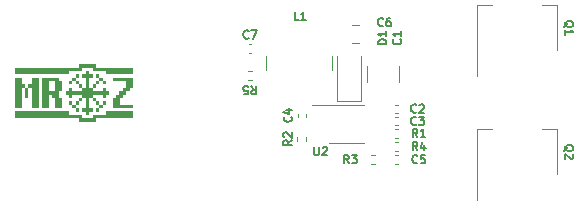
<source format=gbr>
%TF.GenerationSoftware,KiCad,Pcbnew,5.99.0-unknown-881cb3182b~117~ubuntu18.04.1*%
%TF.CreationDate,2021-02-21T21:18:57+01:00*%
%TF.ProjectId,stanislao_nrf,7374616e-6973-46c6-916f-5f6e72662e6b,rev?*%
%TF.SameCoordinates,Original*%
%TF.FileFunction,Legend,Top*%
%TF.FilePolarity,Positive*%
%FSLAX46Y46*%
G04 Gerber Fmt 4.6, Leading zero omitted, Abs format (unit mm)*
G04 Created by KiCad (PCBNEW 5.99.0-unknown-881cb3182b~117~ubuntu18.04.1) date 2021-02-21 21:18:57*
%MOMM*%
%LPD*%
G01*
G04 APERTURE LIST*
%ADD10C,0.150000*%
%ADD11C,0.120000*%
G04 APERTURE END LIST*
D10*
%TO.C,C6*%
X90173333Y-64300000D02*
X90140000Y-64333333D01*
X90040000Y-64366666D01*
X89973333Y-64366666D01*
X89873333Y-64333333D01*
X89806666Y-64266666D01*
X89773333Y-64200000D01*
X89740000Y-64066666D01*
X89740000Y-63966666D01*
X89773333Y-63833333D01*
X89806666Y-63766666D01*
X89873333Y-63700000D01*
X89973333Y-63666666D01*
X90040000Y-63666666D01*
X90140000Y-63700000D01*
X90173333Y-63733333D01*
X90773333Y-63666666D02*
X90640000Y-63666666D01*
X90573333Y-63700000D01*
X90540000Y-63733333D01*
X90473333Y-63833333D01*
X90440000Y-63966666D01*
X90440000Y-64233333D01*
X90473333Y-64300000D01*
X90506666Y-64333333D01*
X90573333Y-64366666D01*
X90706666Y-64366666D01*
X90773333Y-64333333D01*
X90806666Y-64300000D01*
X90840000Y-64233333D01*
X90840000Y-64066666D01*
X90806666Y-64000000D01*
X90773333Y-63966666D01*
X90706666Y-63933333D01*
X90573333Y-63933333D01*
X90506666Y-63966666D01*
X90473333Y-64000000D01*
X90440000Y-64066666D01*
%TO.C,C1*%
X91640000Y-65466666D02*
X91673333Y-65500000D01*
X91706666Y-65600000D01*
X91706666Y-65666666D01*
X91673333Y-65766666D01*
X91606666Y-65833333D01*
X91540000Y-65866666D01*
X91406666Y-65900000D01*
X91306666Y-65900000D01*
X91173333Y-65866666D01*
X91106666Y-65833333D01*
X91040000Y-65766666D01*
X91006666Y-65666666D01*
X91006666Y-65600000D01*
X91040000Y-65500000D01*
X91073333Y-65466666D01*
X91706666Y-64800000D02*
X91706666Y-65200000D01*
X91706666Y-65000000D02*
X91006666Y-65000000D01*
X91106666Y-65066666D01*
X91173333Y-65133333D01*
X91206666Y-65200000D01*
%TO.C,C3*%
X92973333Y-72650000D02*
X92940000Y-72683333D01*
X92840000Y-72716666D01*
X92773333Y-72716666D01*
X92673333Y-72683333D01*
X92606666Y-72616666D01*
X92573333Y-72550000D01*
X92540000Y-72416666D01*
X92540000Y-72316666D01*
X92573333Y-72183333D01*
X92606666Y-72116666D01*
X92673333Y-72050000D01*
X92773333Y-72016666D01*
X92840000Y-72016666D01*
X92940000Y-72050000D01*
X92973333Y-72083333D01*
X93206666Y-72016666D02*
X93640000Y-72016666D01*
X93406666Y-72283333D01*
X93506666Y-72283333D01*
X93573333Y-72316666D01*
X93606666Y-72350000D01*
X93640000Y-72416666D01*
X93640000Y-72583333D01*
X93606666Y-72650000D01*
X93573333Y-72683333D01*
X93506666Y-72716666D01*
X93306666Y-72716666D01*
X93240000Y-72683333D01*
X93206666Y-72650000D01*
%TO.C,D1*%
X90456666Y-65866666D02*
X89756666Y-65866666D01*
X89756666Y-65700000D01*
X89790000Y-65600000D01*
X89856666Y-65533333D01*
X89923333Y-65500000D01*
X90056666Y-65466666D01*
X90156666Y-65466666D01*
X90290000Y-65500000D01*
X90356666Y-65533333D01*
X90423333Y-65600000D01*
X90456666Y-65700000D01*
X90456666Y-65866666D01*
X90456666Y-64800000D02*
X90456666Y-65200000D01*
X90456666Y-65000000D02*
X89756666Y-65000000D01*
X89856666Y-65066666D01*
X89923333Y-65133333D01*
X89956666Y-65200000D01*
%TO.C,R2*%
X82416666Y-74016666D02*
X82083333Y-74250000D01*
X82416666Y-74416666D02*
X81716666Y-74416666D01*
X81716666Y-74150000D01*
X81750000Y-74083333D01*
X81783333Y-74050000D01*
X81850000Y-74016666D01*
X81950000Y-74016666D01*
X82016666Y-74050000D01*
X82050000Y-74083333D01*
X82083333Y-74150000D01*
X82083333Y-74416666D01*
X81783333Y-73750000D02*
X81750000Y-73716666D01*
X81716666Y-73650000D01*
X81716666Y-73483333D01*
X81750000Y-73416666D01*
X81783333Y-73383333D01*
X81850000Y-73350000D01*
X81916666Y-73350000D01*
X82016666Y-73383333D01*
X82416666Y-73783333D01*
X82416666Y-73350000D01*
%TO.C,L1*%
X83023333Y-63816666D02*
X82690000Y-63816666D01*
X82690000Y-63116666D01*
X83623333Y-63816666D02*
X83223333Y-63816666D01*
X83423333Y-63816666D02*
X83423333Y-63116666D01*
X83356666Y-63216666D01*
X83290000Y-63283333D01*
X83223333Y-63316666D01*
%TO.C,R1*%
X93073333Y-73766666D02*
X92840000Y-73433333D01*
X92673333Y-73766666D02*
X92673333Y-73066666D01*
X92940000Y-73066666D01*
X93006666Y-73100000D01*
X93040000Y-73133333D01*
X93073333Y-73200000D01*
X93073333Y-73300000D01*
X93040000Y-73366666D01*
X93006666Y-73400000D01*
X92940000Y-73433333D01*
X92673333Y-73433333D01*
X93740000Y-73766666D02*
X93340000Y-73766666D01*
X93540000Y-73766666D02*
X93540000Y-73066666D01*
X93473333Y-73166666D01*
X93406666Y-73233333D01*
X93340000Y-73266666D01*
%TO.C,Q2*%
X105516666Y-74933333D02*
X105550000Y-74866666D01*
X105616666Y-74800000D01*
X105716666Y-74700000D01*
X105750000Y-74633333D01*
X105750000Y-74566666D01*
X105583333Y-74600000D02*
X105616666Y-74533333D01*
X105683333Y-74466666D01*
X105816666Y-74433333D01*
X106050000Y-74433333D01*
X106183333Y-74466666D01*
X106250000Y-74533333D01*
X106283333Y-74600000D01*
X106283333Y-74733333D01*
X106250000Y-74800000D01*
X106183333Y-74866666D01*
X106050000Y-74900000D01*
X105816666Y-74900000D01*
X105683333Y-74866666D01*
X105616666Y-74800000D01*
X105583333Y-74733333D01*
X105583333Y-74600000D01*
X106216666Y-75166666D02*
X106250000Y-75200000D01*
X106283333Y-75266666D01*
X106283333Y-75433333D01*
X106250000Y-75500000D01*
X106216666Y-75533333D01*
X106150000Y-75566666D01*
X106083333Y-75566666D01*
X105983333Y-75533333D01*
X105583333Y-75133333D01*
X105583333Y-75566666D01*
%TO.C,R3*%
X87273333Y-75966666D02*
X87040000Y-75633333D01*
X86873333Y-75966666D02*
X86873333Y-75266666D01*
X87140000Y-75266666D01*
X87206666Y-75300000D01*
X87240000Y-75333333D01*
X87273333Y-75400000D01*
X87273333Y-75500000D01*
X87240000Y-75566666D01*
X87206666Y-75600000D01*
X87140000Y-75633333D01*
X86873333Y-75633333D01*
X87506666Y-75266666D02*
X87940000Y-75266666D01*
X87706666Y-75533333D01*
X87806666Y-75533333D01*
X87873333Y-75566666D01*
X87906666Y-75600000D01*
X87940000Y-75666666D01*
X87940000Y-75833333D01*
X87906666Y-75900000D01*
X87873333Y-75933333D01*
X87806666Y-75966666D01*
X87606666Y-75966666D01*
X87540000Y-75933333D01*
X87506666Y-75900000D01*
%TO.C,C4*%
X82390000Y-72016666D02*
X82423333Y-72050000D01*
X82456666Y-72150000D01*
X82456666Y-72216666D01*
X82423333Y-72316666D01*
X82356666Y-72383333D01*
X82290000Y-72416666D01*
X82156666Y-72450000D01*
X82056666Y-72450000D01*
X81923333Y-72416666D01*
X81856666Y-72383333D01*
X81790000Y-72316666D01*
X81756666Y-72216666D01*
X81756666Y-72150000D01*
X81790000Y-72050000D01*
X81823333Y-72016666D01*
X81990000Y-71416666D02*
X82456666Y-71416666D01*
X81723333Y-71583333D02*
X82223333Y-71750000D01*
X82223333Y-71316666D01*
%TO.C,Q1*%
X105516666Y-64433333D02*
X105550000Y-64366666D01*
X105616666Y-64300000D01*
X105716666Y-64200000D01*
X105750000Y-64133333D01*
X105750000Y-64066666D01*
X105583333Y-64100000D02*
X105616666Y-64033333D01*
X105683333Y-63966666D01*
X105816666Y-63933333D01*
X106050000Y-63933333D01*
X106183333Y-63966666D01*
X106250000Y-64033333D01*
X106283333Y-64100000D01*
X106283333Y-64233333D01*
X106250000Y-64300000D01*
X106183333Y-64366666D01*
X106050000Y-64400000D01*
X105816666Y-64400000D01*
X105683333Y-64366666D01*
X105616666Y-64300000D01*
X105583333Y-64233333D01*
X105583333Y-64100000D01*
X105583333Y-65066666D02*
X105583333Y-64666666D01*
X105583333Y-64866666D02*
X106283333Y-64866666D01*
X106183333Y-64800000D01*
X106116666Y-64733333D01*
X106083333Y-64666666D01*
%TO.C,R5*%
X79016666Y-69403333D02*
X79250000Y-69736666D01*
X79416666Y-69403333D02*
X79416666Y-70103333D01*
X79150000Y-70103333D01*
X79083333Y-70070000D01*
X79050000Y-70036666D01*
X79016666Y-69970000D01*
X79016666Y-69870000D01*
X79050000Y-69803333D01*
X79083333Y-69770000D01*
X79150000Y-69736666D01*
X79416666Y-69736666D01*
X78383333Y-70103333D02*
X78716666Y-70103333D01*
X78750000Y-69770000D01*
X78716666Y-69803333D01*
X78650000Y-69836666D01*
X78483333Y-69836666D01*
X78416666Y-69803333D01*
X78383333Y-69770000D01*
X78350000Y-69703333D01*
X78350000Y-69536666D01*
X78383333Y-69470000D01*
X78416666Y-69436666D01*
X78483333Y-69403333D01*
X78650000Y-69403333D01*
X78716666Y-69436666D01*
X78750000Y-69470000D01*
%TO.C,R4*%
X93073333Y-74866666D02*
X92840000Y-74533333D01*
X92673333Y-74866666D02*
X92673333Y-74166666D01*
X92940000Y-74166666D01*
X93006666Y-74200000D01*
X93040000Y-74233333D01*
X93073333Y-74300000D01*
X93073333Y-74400000D01*
X93040000Y-74466666D01*
X93006666Y-74500000D01*
X92940000Y-74533333D01*
X92673333Y-74533333D01*
X93673333Y-74400000D02*
X93673333Y-74866666D01*
X93506666Y-74133333D02*
X93340000Y-74633333D01*
X93773333Y-74633333D01*
%TO.C,U2*%
X84356666Y-74566666D02*
X84356666Y-75133333D01*
X84390000Y-75200000D01*
X84423333Y-75233333D01*
X84490000Y-75266666D01*
X84623333Y-75266666D01*
X84690000Y-75233333D01*
X84723333Y-75200000D01*
X84756666Y-75133333D01*
X84756666Y-74566666D01*
X85056666Y-74633333D02*
X85090000Y-74600000D01*
X85156666Y-74566666D01*
X85323333Y-74566666D01*
X85390000Y-74600000D01*
X85423333Y-74633333D01*
X85456666Y-74700000D01*
X85456666Y-74766666D01*
X85423333Y-74866666D01*
X85023333Y-75266666D01*
X85456666Y-75266666D01*
%TO.C,C5*%
X93073333Y-75900000D02*
X93040000Y-75933333D01*
X92940000Y-75966666D01*
X92873333Y-75966666D01*
X92773333Y-75933333D01*
X92706666Y-75866666D01*
X92673333Y-75800000D01*
X92640000Y-75666666D01*
X92640000Y-75566666D01*
X92673333Y-75433333D01*
X92706666Y-75366666D01*
X92773333Y-75300000D01*
X92873333Y-75266666D01*
X92940000Y-75266666D01*
X93040000Y-75300000D01*
X93073333Y-75333333D01*
X93706666Y-75266666D02*
X93373333Y-75266666D01*
X93340000Y-75600000D01*
X93373333Y-75566666D01*
X93440000Y-75533333D01*
X93606666Y-75533333D01*
X93673333Y-75566666D01*
X93706666Y-75600000D01*
X93740000Y-75666666D01*
X93740000Y-75833333D01*
X93706666Y-75900000D01*
X93673333Y-75933333D01*
X93606666Y-75966666D01*
X93440000Y-75966666D01*
X93373333Y-75933333D01*
X93340000Y-75900000D01*
%TO.C,C2*%
X92973333Y-71600000D02*
X92940000Y-71633333D01*
X92840000Y-71666666D01*
X92773333Y-71666666D01*
X92673333Y-71633333D01*
X92606666Y-71566666D01*
X92573333Y-71500000D01*
X92540000Y-71366666D01*
X92540000Y-71266666D01*
X92573333Y-71133333D01*
X92606666Y-71066666D01*
X92673333Y-71000000D01*
X92773333Y-70966666D01*
X92840000Y-70966666D01*
X92940000Y-71000000D01*
X92973333Y-71033333D01*
X93240000Y-71033333D02*
X93273333Y-71000000D01*
X93340000Y-70966666D01*
X93506666Y-70966666D01*
X93573333Y-71000000D01*
X93606666Y-71033333D01*
X93640000Y-71100000D01*
X93640000Y-71166666D01*
X93606666Y-71266666D01*
X93206666Y-71666666D01*
X93640000Y-71666666D01*
%TO.C,C7*%
X78783333Y-65340000D02*
X78750000Y-65373333D01*
X78650000Y-65406666D01*
X78583333Y-65406666D01*
X78483333Y-65373333D01*
X78416666Y-65306666D01*
X78383333Y-65240000D01*
X78350000Y-65106666D01*
X78350000Y-65006666D01*
X78383333Y-64873333D01*
X78416666Y-64806666D01*
X78483333Y-64740000D01*
X78583333Y-64706666D01*
X78650000Y-64706666D01*
X78750000Y-64740000D01*
X78783333Y-64773333D01*
X79016666Y-64706666D02*
X79483333Y-64706666D01*
X79183333Y-65406666D01*
%TO.C,G\u002A\u002A\u002A*%
G36*
X66151878Y-68712500D02*
G01*
X66426194Y-68712500D01*
X66426194Y-69000000D01*
X66713836Y-69000000D01*
X66713836Y-69287500D01*
X66426194Y-69287500D01*
X66426194Y-69012500D01*
X66151059Y-69012500D01*
X66151059Y-69287500D01*
X65863417Y-69287500D01*
X65863417Y-69575000D01*
X65575776Y-69575000D01*
X65575776Y-69287500D01*
X65850092Y-69287500D01*
X65857164Y-69006250D01*
X65997859Y-69002715D01*
X66138553Y-68999181D01*
X66138553Y-68725818D01*
X65997859Y-68722284D01*
X65857164Y-68718750D01*
X65857164Y-68431250D01*
X66144806Y-68431250D01*
X66151878Y-68712500D01*
G37*
G36*
X59572822Y-69287500D02*
G01*
X59860463Y-69287500D01*
X59860463Y-69575000D01*
X60135599Y-69575000D01*
X60135599Y-69287500D01*
X60423240Y-69287500D01*
X60423240Y-68712500D01*
X60998523Y-68712500D01*
X60998523Y-71300000D01*
X60423240Y-71300000D01*
X60423240Y-69575000D01*
X60148105Y-69575000D01*
X60148105Y-70437500D01*
X59847957Y-70437500D01*
X59847957Y-69575000D01*
X59572822Y-69575000D01*
X59572822Y-71300000D01*
X58997539Y-71300000D01*
X58997539Y-68712500D01*
X59572822Y-68712500D01*
X59572822Y-69287500D01*
G37*
G36*
X64712851Y-69575000D02*
G01*
X64425210Y-69575000D01*
X64425210Y-69287500D01*
X64712851Y-69287500D01*
X64712851Y-69575000D01*
G37*
G36*
X64712851Y-70725000D02*
G01*
X64425210Y-70725000D01*
X64425210Y-70437500D01*
X64712851Y-70437500D01*
X64712851Y-70725000D01*
G37*
G36*
X65863417Y-67862500D02*
G01*
X69002462Y-67862500D01*
X69002462Y-68437500D01*
X66713836Y-68437500D01*
X66713836Y-68150000D01*
X65575776Y-68150000D01*
X65575776Y-67862500D01*
X64712851Y-67862500D01*
X64712851Y-68150000D01*
X63574791Y-68150000D01*
X63574791Y-68437500D01*
X58997539Y-68437500D01*
X58997539Y-67862500D01*
X64425210Y-67862500D01*
X64425210Y-67575000D01*
X65863417Y-67575000D01*
X65863417Y-67862500D01*
G37*
G36*
X63574791Y-71862500D02*
G01*
X64712851Y-71862500D01*
X64712851Y-72150000D01*
X65575776Y-72150000D01*
X65575776Y-71862500D01*
X66713836Y-71862500D01*
X66713836Y-71575000D01*
X69002462Y-71575000D01*
X69002462Y-72150000D01*
X65863417Y-72150000D01*
X65863417Y-72437500D01*
X64425210Y-72437500D01*
X64425210Y-72150000D01*
X58997539Y-72150000D01*
X58997539Y-71575000D01*
X63574791Y-71575000D01*
X63574791Y-71862500D01*
G37*
G36*
X65863417Y-70725000D02*
G01*
X66151059Y-70725000D01*
X66151059Y-71000000D01*
X66426194Y-71000000D01*
X66426194Y-70725000D01*
X66713836Y-70725000D01*
X66713836Y-71012500D01*
X66426194Y-71012500D01*
X66426194Y-71300000D01*
X66151878Y-71300000D01*
X66144806Y-71581250D01*
X65857164Y-71581250D01*
X65857164Y-71293750D01*
X65997859Y-71290215D01*
X66138553Y-71286681D01*
X66138553Y-71013318D01*
X65997859Y-71009784D01*
X65857164Y-71006250D01*
X65850092Y-70725000D01*
X65575776Y-70725000D01*
X65575776Y-70437500D01*
X65863417Y-70437500D01*
X65863417Y-70725000D01*
G37*
G36*
X63862433Y-71000000D02*
G01*
X64137568Y-71000000D01*
X64137568Y-70725000D01*
X64425210Y-70725000D01*
X64425210Y-71012500D01*
X64150074Y-71012500D01*
X64150074Y-71287500D01*
X64425210Y-71287500D01*
X64425210Y-71588318D01*
X64284515Y-71584784D01*
X64143821Y-71581250D01*
X64140289Y-71441030D01*
X64136756Y-71300811D01*
X63996468Y-71297280D01*
X63856180Y-71293750D01*
X63852643Y-71153125D01*
X63849107Y-71012500D01*
X63574791Y-71012500D01*
X63574791Y-70725000D01*
X63862433Y-70725000D01*
X63862433Y-71000000D01*
G37*
G36*
X64425210Y-68725000D02*
G01*
X64150074Y-68725000D01*
X64150074Y-69000000D01*
X64425210Y-69000000D01*
X64425210Y-69287500D01*
X64137568Y-69287500D01*
X64137568Y-69012500D01*
X63862433Y-69012500D01*
X63862433Y-69287500D01*
X63574791Y-69287500D01*
X63574791Y-69000000D01*
X63849107Y-69000000D01*
X63852643Y-68859375D01*
X63856180Y-68718750D01*
X64136756Y-68711688D01*
X64140289Y-68571469D01*
X64143821Y-68431250D01*
X64284515Y-68427715D01*
X64425210Y-68424181D01*
X64425210Y-68725000D01*
G37*
G36*
X65288134Y-68424181D02*
G01*
X65428829Y-68427715D01*
X65569523Y-68431250D01*
X65573046Y-68578125D01*
X65576570Y-68725000D01*
X65288134Y-68725000D01*
X65288134Y-69575000D01*
X65575776Y-69575000D01*
X65575776Y-69862500D01*
X66426194Y-69862500D01*
X66426194Y-69575000D01*
X66713836Y-69575000D01*
X66713836Y-69862500D01*
X67001477Y-69862500D01*
X67001477Y-70150000D01*
X66713836Y-70150000D01*
X66713836Y-70437500D01*
X66426194Y-70437500D01*
X66426194Y-70150000D01*
X65575776Y-70150000D01*
X65575776Y-70437500D01*
X65288134Y-70437500D01*
X65288134Y-71287500D01*
X65576570Y-71287500D01*
X65573046Y-71434375D01*
X65569523Y-71581250D01*
X65428829Y-71584784D01*
X65288134Y-71588318D01*
X65288134Y-71862500D01*
X65000493Y-71862500D01*
X65000493Y-71588318D01*
X64859798Y-71584784D01*
X64719104Y-71581250D01*
X64715581Y-71434375D01*
X64712057Y-71287500D01*
X65000493Y-71287500D01*
X65000493Y-70437500D01*
X64712851Y-70437500D01*
X64712851Y-70150000D01*
X63862433Y-70150000D01*
X63862433Y-70437500D01*
X63574791Y-70437500D01*
X63574791Y-70150000D01*
X63287150Y-70150000D01*
X63287150Y-69862500D01*
X63574791Y-69862500D01*
X63574791Y-69575000D01*
X63862433Y-69575000D01*
X63862433Y-69862500D01*
X64712851Y-69862500D01*
X64712851Y-69575000D01*
X65000493Y-69575000D01*
X65000493Y-68725000D01*
X64712057Y-68725000D01*
X64715581Y-68578125D01*
X64719104Y-68431250D01*
X64859798Y-68427715D01*
X65000493Y-68424181D01*
X65000493Y-68150000D01*
X65288134Y-68150000D01*
X65288134Y-68424181D01*
G37*
G36*
X62711866Y-68712500D02*
G01*
X62711866Y-69000000D01*
X62999508Y-69000000D01*
X62999508Y-69862500D01*
X62711866Y-69862500D01*
X62711866Y-70437500D01*
X62999508Y-70437500D01*
X62999508Y-71300000D01*
X62424225Y-71300000D01*
X62424225Y-70437500D01*
X62136583Y-70437500D01*
X62136583Y-70150000D01*
X61861700Y-70150000D01*
X61858448Y-70721875D01*
X61855195Y-71293750D01*
X61570680Y-71297109D01*
X61286165Y-71300469D01*
X61286165Y-69012500D01*
X61861448Y-69012500D01*
X61861448Y-69862500D01*
X62424225Y-69862500D01*
X62424225Y-69012500D01*
X61861448Y-69012500D01*
X61286165Y-69012500D01*
X61286165Y-68712500D01*
X62711866Y-68712500D01*
G37*
G36*
X69002462Y-69575000D02*
G01*
X68714821Y-69575000D01*
X68714821Y-69862500D01*
X68427179Y-69862500D01*
X68427179Y-70150000D01*
X68152044Y-70150000D01*
X68152044Y-70437500D01*
X67864402Y-70437500D01*
X67864402Y-71000000D01*
X69002462Y-71000000D01*
X69002462Y-71300000D01*
X67289119Y-71300000D01*
X67289119Y-70438318D01*
X67570507Y-70431250D01*
X67574044Y-70290625D01*
X67577580Y-70150000D01*
X67851896Y-70150000D01*
X67851896Y-69862500D01*
X68139538Y-69862500D01*
X68139538Y-69575000D01*
X68427179Y-69575000D01*
X68427179Y-69012500D01*
X67289119Y-69012500D01*
X67289119Y-68712500D01*
X69002462Y-68712500D01*
X69002462Y-69575000D01*
G37*
D11*
%TO.C,C6*%
X87578748Y-65735000D02*
X88101252Y-65735000D01*
X87578748Y-64265000D02*
X88101252Y-64265000D01*
%TO.C,C1*%
X88780000Y-69111252D02*
X88780000Y-67688748D01*
X91500000Y-69111252D02*
X91500000Y-67688748D01*
%TO.C,C3*%
X91407836Y-72760000D02*
X91192164Y-72760000D01*
X91407836Y-72040000D02*
X91192164Y-72040000D01*
%TO.C,D1*%
X86290000Y-70700000D02*
X88290000Y-70700000D01*
X86290000Y-70700000D02*
X86290000Y-66850000D01*
X88290000Y-70700000D02*
X88290000Y-66850000D01*
%TO.C,R2*%
X83680000Y-73746359D02*
X83680000Y-74053641D01*
X82920000Y-73746359D02*
X82920000Y-74053641D01*
%TO.C,L1*%
X85840000Y-68050000D02*
X85840000Y-66850000D01*
X80240000Y-66850000D02*
X80240000Y-68050000D01*
%TO.C,R1*%
X91453641Y-73830000D02*
X91146359Y-73830000D01*
X91453641Y-73070000D02*
X91146359Y-73070000D01*
%TO.C,Q2*%
X98090000Y-79100000D02*
X98090000Y-73090000D01*
X104910000Y-73090000D02*
X103650000Y-73090000D01*
X104910000Y-76850000D02*
X104910000Y-73090000D01*
X98090000Y-73090000D02*
X99350000Y-73090000D01*
%TO.C,R3*%
X89146359Y-76030000D02*
X89453641Y-76030000D01*
X89146359Y-75270000D02*
X89453641Y-75270000D01*
%TO.C,C4*%
X83660000Y-72007836D02*
X83660000Y-71792164D01*
X82940000Y-72007836D02*
X82940000Y-71792164D01*
%TO.C,Q1*%
X104910000Y-66350000D02*
X104910000Y-62590000D01*
X98090000Y-68600000D02*
X98090000Y-62590000D01*
X98090000Y-62590000D02*
X99350000Y-62590000D01*
X104910000Y-62590000D02*
X103650000Y-62590000D01*
%TO.C,R5*%
X79053641Y-68170000D02*
X78746359Y-68170000D01*
X79053641Y-68930000D02*
X78746359Y-68930000D01*
%TO.C,R4*%
X91146359Y-74930000D02*
X91453641Y-74930000D01*
X91146359Y-74170000D02*
X91453641Y-74170000D01*
%TO.C,U2*%
X87050000Y-74260000D02*
X85550000Y-74260000D01*
X87050000Y-71040000D02*
X88550000Y-71040000D01*
X87050000Y-71040000D02*
X84125000Y-71040000D01*
X87050000Y-74260000D02*
X88550000Y-74260000D01*
%TO.C,C5*%
X91407836Y-75290000D02*
X91192164Y-75290000D01*
X91407836Y-76010000D02*
X91192164Y-76010000D01*
%TO.C,C2*%
X91192164Y-70990000D02*
X91407836Y-70990000D01*
X91192164Y-71710000D02*
X91407836Y-71710000D01*
%TO.C,C7*%
X78792164Y-65890000D02*
X79007836Y-65890000D01*
X78792164Y-66610000D02*
X79007836Y-66610000D01*
%TD*%
M02*

</source>
